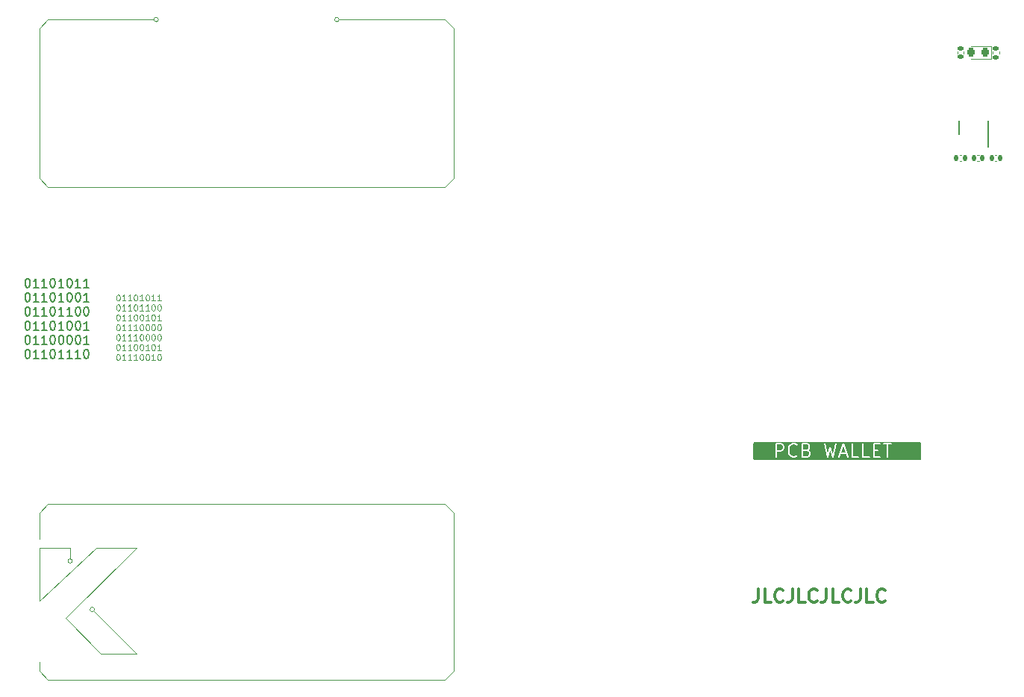
<source format=gbr>
%TF.GenerationSoftware,KiCad,Pcbnew,(6.0.0)*%
%TF.CreationDate,2022-08-13T20:29:40+02:00*%
%TF.ProjectId,PCBWallet,50434257-616c-46c6-9574-2e6b69636164,rev?*%
%TF.SameCoordinates,Original*%
%TF.FileFunction,Legend,Top*%
%TF.FilePolarity,Positive*%
%FSLAX46Y46*%
G04 Gerber Fmt 4.6, Leading zero omitted, Abs format (unit mm)*
G04 Created by KiCad (PCBNEW (6.0.0)) date 2022-08-13 20:29:40*
%MOMM*%
%LPD*%
G01*
G04 APERTURE LIST*
G04 Aperture macros list*
%AMRoundRect*
0 Rectangle with rounded corners*
0 $1 Rounding radius*
0 $2 $3 $4 $5 $6 $7 $8 $9 X,Y pos of 4 corners*
0 Add a 4 corners polygon primitive as box body*
4,1,4,$2,$3,$4,$5,$6,$7,$8,$9,$2,$3,0*
0 Add four circle primitives for the rounded corners*
1,1,$1+$1,$2,$3*
1,1,$1+$1,$4,$5*
1,1,$1+$1,$6,$7*
1,1,$1+$1,$8,$9*
0 Add four rect primitives between the rounded corners*
20,1,$1+$1,$2,$3,$4,$5,0*
20,1,$1+$1,$4,$5,$6,$7,0*
20,1,$1+$1,$6,$7,$8,$9,0*
20,1,$1+$1,$8,$9,$2,$3,0*%
G04 Aperture macros list end*
%ADD10C,0.300000*%
%ADD11C,0.150000*%
%ADD12C,0.100000*%
%ADD13C,0.120000*%
%ADD14C,0.200000*%
%ADD15C,0.550000*%
%ADD16C,0.400000*%
%ADD17R,2.380000X1.660000*%
%ADD18R,0.250000X0.700000*%
%ADD19RoundRect,0.135000X0.185000X-0.135000X0.185000X0.135000X-0.185000X0.135000X-0.185000X-0.135000X0*%
%ADD20RoundRect,0.218750X0.218750X0.256250X-0.218750X0.256250X-0.218750X-0.256250X0.218750X-0.256250X0*%
%ADD21RoundRect,0.140000X-0.140000X-0.170000X0.140000X-0.170000X0.140000X0.170000X-0.140000X0.170000X0*%
%ADD22RoundRect,0.140000X0.170000X-0.140000X0.170000X0.140000X-0.170000X0.140000X-0.170000X-0.140000X0*%
%ADD23C,1.000000*%
%ADD24C,0.800000*%
G04 APERTURE END LIST*
D10*
X186571428Y-119678571D02*
X186571428Y-120750000D01*
X186500000Y-120964285D01*
X186357142Y-121107142D01*
X186142857Y-121178571D01*
X186000000Y-121178571D01*
X188000000Y-121178571D02*
X187285714Y-121178571D01*
X187285714Y-119678571D01*
X189357142Y-121035714D02*
X189285714Y-121107142D01*
X189071428Y-121178571D01*
X188928571Y-121178571D01*
X188714285Y-121107142D01*
X188571428Y-120964285D01*
X188500000Y-120821428D01*
X188428571Y-120535714D01*
X188428571Y-120321428D01*
X188500000Y-120035714D01*
X188571428Y-119892857D01*
X188714285Y-119750000D01*
X188928571Y-119678571D01*
X189071428Y-119678571D01*
X189285714Y-119750000D01*
X189357142Y-119821428D01*
X190428571Y-119678571D02*
X190428571Y-120750000D01*
X190357142Y-120964285D01*
X190214285Y-121107142D01*
X190000000Y-121178571D01*
X189857142Y-121178571D01*
X191857142Y-121178571D02*
X191142857Y-121178571D01*
X191142857Y-119678571D01*
X193214285Y-121035714D02*
X193142857Y-121107142D01*
X192928571Y-121178571D01*
X192785714Y-121178571D01*
X192571428Y-121107142D01*
X192428571Y-120964285D01*
X192357142Y-120821428D01*
X192285714Y-120535714D01*
X192285714Y-120321428D01*
X192357142Y-120035714D01*
X192428571Y-119892857D01*
X192571428Y-119750000D01*
X192785714Y-119678571D01*
X192928571Y-119678571D01*
X193142857Y-119750000D01*
X193214285Y-119821428D01*
X194285714Y-119678571D02*
X194285714Y-120750000D01*
X194214285Y-120964285D01*
X194071428Y-121107142D01*
X193857142Y-121178571D01*
X193714285Y-121178571D01*
X195714285Y-121178571D02*
X195000000Y-121178571D01*
X195000000Y-119678571D01*
X197071428Y-121035714D02*
X197000000Y-121107142D01*
X196785714Y-121178571D01*
X196642857Y-121178571D01*
X196428571Y-121107142D01*
X196285714Y-120964285D01*
X196214285Y-120821428D01*
X196142857Y-120535714D01*
X196142857Y-120321428D01*
X196214285Y-120035714D01*
X196285714Y-119892857D01*
X196428571Y-119750000D01*
X196642857Y-119678571D01*
X196785714Y-119678571D01*
X197000000Y-119750000D01*
X197071428Y-119821428D01*
X198142857Y-119678571D02*
X198142857Y-120750000D01*
X198071428Y-120964285D01*
X197928571Y-121107142D01*
X197714285Y-121178571D01*
X197571428Y-121178571D01*
X199571428Y-121178571D02*
X198857142Y-121178571D01*
X198857142Y-119678571D01*
X200928571Y-121035714D02*
X200857142Y-121107142D01*
X200642857Y-121178571D01*
X200500000Y-121178571D01*
X200285714Y-121107142D01*
X200142857Y-120964285D01*
X200071428Y-120821428D01*
X200000000Y-120535714D01*
X200000000Y-120321428D01*
X200071428Y-120035714D01*
X200142857Y-119892857D01*
X200285714Y-119750000D01*
X200500000Y-119678571D01*
X200642857Y-119678571D01*
X200857142Y-119750000D01*
X200928571Y-119821428D01*
D11*
X103619047Y-84427380D02*
X103714285Y-84427380D01*
X103809523Y-84475000D01*
X103857142Y-84522619D01*
X103904761Y-84617857D01*
X103952380Y-84808333D01*
X103952380Y-85046428D01*
X103904761Y-85236904D01*
X103857142Y-85332142D01*
X103809523Y-85379761D01*
X103714285Y-85427380D01*
X103619047Y-85427380D01*
X103523809Y-85379761D01*
X103476190Y-85332142D01*
X103428571Y-85236904D01*
X103380952Y-85046428D01*
X103380952Y-84808333D01*
X103428571Y-84617857D01*
X103476190Y-84522619D01*
X103523809Y-84475000D01*
X103619047Y-84427380D01*
X104904761Y-85427380D02*
X104333333Y-85427380D01*
X104619047Y-85427380D02*
X104619047Y-84427380D01*
X104523809Y-84570238D01*
X104428571Y-84665476D01*
X104333333Y-84713095D01*
X105857142Y-85427380D02*
X105285714Y-85427380D01*
X105571428Y-85427380D02*
X105571428Y-84427380D01*
X105476190Y-84570238D01*
X105380952Y-84665476D01*
X105285714Y-84713095D01*
X106476190Y-84427380D02*
X106571428Y-84427380D01*
X106666666Y-84475000D01*
X106714285Y-84522619D01*
X106761904Y-84617857D01*
X106809523Y-84808333D01*
X106809523Y-85046428D01*
X106761904Y-85236904D01*
X106714285Y-85332142D01*
X106666666Y-85379761D01*
X106571428Y-85427380D01*
X106476190Y-85427380D01*
X106380952Y-85379761D01*
X106333333Y-85332142D01*
X106285714Y-85236904D01*
X106238095Y-85046428D01*
X106238095Y-84808333D01*
X106285714Y-84617857D01*
X106333333Y-84522619D01*
X106380952Y-84475000D01*
X106476190Y-84427380D01*
X107761904Y-85427380D02*
X107190476Y-85427380D01*
X107476190Y-85427380D02*
X107476190Y-84427380D01*
X107380952Y-84570238D01*
X107285714Y-84665476D01*
X107190476Y-84713095D01*
X108380952Y-84427380D02*
X108476190Y-84427380D01*
X108571428Y-84475000D01*
X108619047Y-84522619D01*
X108666666Y-84617857D01*
X108714285Y-84808333D01*
X108714285Y-85046428D01*
X108666666Y-85236904D01*
X108619047Y-85332142D01*
X108571428Y-85379761D01*
X108476190Y-85427380D01*
X108380952Y-85427380D01*
X108285714Y-85379761D01*
X108238095Y-85332142D01*
X108190476Y-85236904D01*
X108142857Y-85046428D01*
X108142857Y-84808333D01*
X108190476Y-84617857D01*
X108238095Y-84522619D01*
X108285714Y-84475000D01*
X108380952Y-84427380D01*
X109666666Y-85427380D02*
X109095238Y-85427380D01*
X109380952Y-85427380D02*
X109380952Y-84427380D01*
X109285714Y-84570238D01*
X109190476Y-84665476D01*
X109095238Y-84713095D01*
X110619047Y-85427380D02*
X110047619Y-85427380D01*
X110333333Y-85427380D02*
X110333333Y-84427380D01*
X110238095Y-84570238D01*
X110142857Y-84665476D01*
X110047619Y-84713095D01*
X103619047Y-86037380D02*
X103714285Y-86037380D01*
X103809523Y-86085000D01*
X103857142Y-86132619D01*
X103904761Y-86227857D01*
X103952380Y-86418333D01*
X103952380Y-86656428D01*
X103904761Y-86846904D01*
X103857142Y-86942142D01*
X103809523Y-86989761D01*
X103714285Y-87037380D01*
X103619047Y-87037380D01*
X103523809Y-86989761D01*
X103476190Y-86942142D01*
X103428571Y-86846904D01*
X103380952Y-86656428D01*
X103380952Y-86418333D01*
X103428571Y-86227857D01*
X103476190Y-86132619D01*
X103523809Y-86085000D01*
X103619047Y-86037380D01*
X104904761Y-87037380D02*
X104333333Y-87037380D01*
X104619047Y-87037380D02*
X104619047Y-86037380D01*
X104523809Y-86180238D01*
X104428571Y-86275476D01*
X104333333Y-86323095D01*
X105857142Y-87037380D02*
X105285714Y-87037380D01*
X105571428Y-87037380D02*
X105571428Y-86037380D01*
X105476190Y-86180238D01*
X105380952Y-86275476D01*
X105285714Y-86323095D01*
X106476190Y-86037380D02*
X106571428Y-86037380D01*
X106666666Y-86085000D01*
X106714285Y-86132619D01*
X106761904Y-86227857D01*
X106809523Y-86418333D01*
X106809523Y-86656428D01*
X106761904Y-86846904D01*
X106714285Y-86942142D01*
X106666666Y-86989761D01*
X106571428Y-87037380D01*
X106476190Y-87037380D01*
X106380952Y-86989761D01*
X106333333Y-86942142D01*
X106285714Y-86846904D01*
X106238095Y-86656428D01*
X106238095Y-86418333D01*
X106285714Y-86227857D01*
X106333333Y-86132619D01*
X106380952Y-86085000D01*
X106476190Y-86037380D01*
X107761904Y-87037380D02*
X107190476Y-87037380D01*
X107476190Y-87037380D02*
X107476190Y-86037380D01*
X107380952Y-86180238D01*
X107285714Y-86275476D01*
X107190476Y-86323095D01*
X108380952Y-86037380D02*
X108476190Y-86037380D01*
X108571428Y-86085000D01*
X108619047Y-86132619D01*
X108666666Y-86227857D01*
X108714285Y-86418333D01*
X108714285Y-86656428D01*
X108666666Y-86846904D01*
X108619047Y-86942142D01*
X108571428Y-86989761D01*
X108476190Y-87037380D01*
X108380952Y-87037380D01*
X108285714Y-86989761D01*
X108238095Y-86942142D01*
X108190476Y-86846904D01*
X108142857Y-86656428D01*
X108142857Y-86418333D01*
X108190476Y-86227857D01*
X108238095Y-86132619D01*
X108285714Y-86085000D01*
X108380952Y-86037380D01*
X109333333Y-86037380D02*
X109428571Y-86037380D01*
X109523809Y-86085000D01*
X109571428Y-86132619D01*
X109619047Y-86227857D01*
X109666666Y-86418333D01*
X109666666Y-86656428D01*
X109619047Y-86846904D01*
X109571428Y-86942142D01*
X109523809Y-86989761D01*
X109428571Y-87037380D01*
X109333333Y-87037380D01*
X109238095Y-86989761D01*
X109190476Y-86942142D01*
X109142857Y-86846904D01*
X109095238Y-86656428D01*
X109095238Y-86418333D01*
X109142857Y-86227857D01*
X109190476Y-86132619D01*
X109238095Y-86085000D01*
X109333333Y-86037380D01*
X110619047Y-87037380D02*
X110047619Y-87037380D01*
X110333333Y-87037380D02*
X110333333Y-86037380D01*
X110238095Y-86180238D01*
X110142857Y-86275476D01*
X110047619Y-86323095D01*
X103619047Y-87647380D02*
X103714285Y-87647380D01*
X103809523Y-87695000D01*
X103857142Y-87742619D01*
X103904761Y-87837857D01*
X103952380Y-88028333D01*
X103952380Y-88266428D01*
X103904761Y-88456904D01*
X103857142Y-88552142D01*
X103809523Y-88599761D01*
X103714285Y-88647380D01*
X103619047Y-88647380D01*
X103523809Y-88599761D01*
X103476190Y-88552142D01*
X103428571Y-88456904D01*
X103380952Y-88266428D01*
X103380952Y-88028333D01*
X103428571Y-87837857D01*
X103476190Y-87742619D01*
X103523809Y-87695000D01*
X103619047Y-87647380D01*
X104904761Y-88647380D02*
X104333333Y-88647380D01*
X104619047Y-88647380D02*
X104619047Y-87647380D01*
X104523809Y-87790238D01*
X104428571Y-87885476D01*
X104333333Y-87933095D01*
X105857142Y-88647380D02*
X105285714Y-88647380D01*
X105571428Y-88647380D02*
X105571428Y-87647380D01*
X105476190Y-87790238D01*
X105380952Y-87885476D01*
X105285714Y-87933095D01*
X106476190Y-87647380D02*
X106571428Y-87647380D01*
X106666666Y-87695000D01*
X106714285Y-87742619D01*
X106761904Y-87837857D01*
X106809523Y-88028333D01*
X106809523Y-88266428D01*
X106761904Y-88456904D01*
X106714285Y-88552142D01*
X106666666Y-88599761D01*
X106571428Y-88647380D01*
X106476190Y-88647380D01*
X106380952Y-88599761D01*
X106333333Y-88552142D01*
X106285714Y-88456904D01*
X106238095Y-88266428D01*
X106238095Y-88028333D01*
X106285714Y-87837857D01*
X106333333Y-87742619D01*
X106380952Y-87695000D01*
X106476190Y-87647380D01*
X107761904Y-88647380D02*
X107190476Y-88647380D01*
X107476190Y-88647380D02*
X107476190Y-87647380D01*
X107380952Y-87790238D01*
X107285714Y-87885476D01*
X107190476Y-87933095D01*
X108714285Y-88647380D02*
X108142857Y-88647380D01*
X108428571Y-88647380D02*
X108428571Y-87647380D01*
X108333333Y-87790238D01*
X108238095Y-87885476D01*
X108142857Y-87933095D01*
X109333333Y-87647380D02*
X109428571Y-87647380D01*
X109523809Y-87695000D01*
X109571428Y-87742619D01*
X109619047Y-87837857D01*
X109666666Y-88028333D01*
X109666666Y-88266428D01*
X109619047Y-88456904D01*
X109571428Y-88552142D01*
X109523809Y-88599761D01*
X109428571Y-88647380D01*
X109333333Y-88647380D01*
X109238095Y-88599761D01*
X109190476Y-88552142D01*
X109142857Y-88456904D01*
X109095238Y-88266428D01*
X109095238Y-88028333D01*
X109142857Y-87837857D01*
X109190476Y-87742619D01*
X109238095Y-87695000D01*
X109333333Y-87647380D01*
X110285714Y-87647380D02*
X110380952Y-87647380D01*
X110476190Y-87695000D01*
X110523809Y-87742619D01*
X110571428Y-87837857D01*
X110619047Y-88028333D01*
X110619047Y-88266428D01*
X110571428Y-88456904D01*
X110523809Y-88552142D01*
X110476190Y-88599761D01*
X110380952Y-88647380D01*
X110285714Y-88647380D01*
X110190476Y-88599761D01*
X110142857Y-88552142D01*
X110095238Y-88456904D01*
X110047619Y-88266428D01*
X110047619Y-88028333D01*
X110095238Y-87837857D01*
X110142857Y-87742619D01*
X110190476Y-87695000D01*
X110285714Y-87647380D01*
X103619047Y-89257380D02*
X103714285Y-89257380D01*
X103809523Y-89305000D01*
X103857142Y-89352619D01*
X103904761Y-89447857D01*
X103952380Y-89638333D01*
X103952380Y-89876428D01*
X103904761Y-90066904D01*
X103857142Y-90162142D01*
X103809523Y-90209761D01*
X103714285Y-90257380D01*
X103619047Y-90257380D01*
X103523809Y-90209761D01*
X103476190Y-90162142D01*
X103428571Y-90066904D01*
X103380952Y-89876428D01*
X103380952Y-89638333D01*
X103428571Y-89447857D01*
X103476190Y-89352619D01*
X103523809Y-89305000D01*
X103619047Y-89257380D01*
X104904761Y-90257380D02*
X104333333Y-90257380D01*
X104619047Y-90257380D02*
X104619047Y-89257380D01*
X104523809Y-89400238D01*
X104428571Y-89495476D01*
X104333333Y-89543095D01*
X105857142Y-90257380D02*
X105285714Y-90257380D01*
X105571428Y-90257380D02*
X105571428Y-89257380D01*
X105476190Y-89400238D01*
X105380952Y-89495476D01*
X105285714Y-89543095D01*
X106476190Y-89257380D02*
X106571428Y-89257380D01*
X106666666Y-89305000D01*
X106714285Y-89352619D01*
X106761904Y-89447857D01*
X106809523Y-89638333D01*
X106809523Y-89876428D01*
X106761904Y-90066904D01*
X106714285Y-90162142D01*
X106666666Y-90209761D01*
X106571428Y-90257380D01*
X106476190Y-90257380D01*
X106380952Y-90209761D01*
X106333333Y-90162142D01*
X106285714Y-90066904D01*
X106238095Y-89876428D01*
X106238095Y-89638333D01*
X106285714Y-89447857D01*
X106333333Y-89352619D01*
X106380952Y-89305000D01*
X106476190Y-89257380D01*
X107761904Y-90257380D02*
X107190476Y-90257380D01*
X107476190Y-90257380D02*
X107476190Y-89257380D01*
X107380952Y-89400238D01*
X107285714Y-89495476D01*
X107190476Y-89543095D01*
X108380952Y-89257380D02*
X108476190Y-89257380D01*
X108571428Y-89305000D01*
X108619047Y-89352619D01*
X108666666Y-89447857D01*
X108714285Y-89638333D01*
X108714285Y-89876428D01*
X108666666Y-90066904D01*
X108619047Y-90162142D01*
X108571428Y-90209761D01*
X108476190Y-90257380D01*
X108380952Y-90257380D01*
X108285714Y-90209761D01*
X108238095Y-90162142D01*
X108190476Y-90066904D01*
X108142857Y-89876428D01*
X108142857Y-89638333D01*
X108190476Y-89447857D01*
X108238095Y-89352619D01*
X108285714Y-89305000D01*
X108380952Y-89257380D01*
X109333333Y-89257380D02*
X109428571Y-89257380D01*
X109523809Y-89305000D01*
X109571428Y-89352619D01*
X109619047Y-89447857D01*
X109666666Y-89638333D01*
X109666666Y-89876428D01*
X109619047Y-90066904D01*
X109571428Y-90162142D01*
X109523809Y-90209761D01*
X109428571Y-90257380D01*
X109333333Y-90257380D01*
X109238095Y-90209761D01*
X109190476Y-90162142D01*
X109142857Y-90066904D01*
X109095238Y-89876428D01*
X109095238Y-89638333D01*
X109142857Y-89447857D01*
X109190476Y-89352619D01*
X109238095Y-89305000D01*
X109333333Y-89257380D01*
X110619047Y-90257380D02*
X110047619Y-90257380D01*
X110333333Y-90257380D02*
X110333333Y-89257380D01*
X110238095Y-89400238D01*
X110142857Y-89495476D01*
X110047619Y-89543095D01*
X103619047Y-90867380D02*
X103714285Y-90867380D01*
X103809523Y-90915000D01*
X103857142Y-90962619D01*
X103904761Y-91057857D01*
X103952380Y-91248333D01*
X103952380Y-91486428D01*
X103904761Y-91676904D01*
X103857142Y-91772142D01*
X103809523Y-91819761D01*
X103714285Y-91867380D01*
X103619047Y-91867380D01*
X103523809Y-91819761D01*
X103476190Y-91772142D01*
X103428571Y-91676904D01*
X103380952Y-91486428D01*
X103380952Y-91248333D01*
X103428571Y-91057857D01*
X103476190Y-90962619D01*
X103523809Y-90915000D01*
X103619047Y-90867380D01*
X104904761Y-91867380D02*
X104333333Y-91867380D01*
X104619047Y-91867380D02*
X104619047Y-90867380D01*
X104523809Y-91010238D01*
X104428571Y-91105476D01*
X104333333Y-91153095D01*
X105857142Y-91867380D02*
X105285714Y-91867380D01*
X105571428Y-91867380D02*
X105571428Y-90867380D01*
X105476190Y-91010238D01*
X105380952Y-91105476D01*
X105285714Y-91153095D01*
X106476190Y-90867380D02*
X106571428Y-90867380D01*
X106666666Y-90915000D01*
X106714285Y-90962619D01*
X106761904Y-91057857D01*
X106809523Y-91248333D01*
X106809523Y-91486428D01*
X106761904Y-91676904D01*
X106714285Y-91772142D01*
X106666666Y-91819761D01*
X106571428Y-91867380D01*
X106476190Y-91867380D01*
X106380952Y-91819761D01*
X106333333Y-91772142D01*
X106285714Y-91676904D01*
X106238095Y-91486428D01*
X106238095Y-91248333D01*
X106285714Y-91057857D01*
X106333333Y-90962619D01*
X106380952Y-90915000D01*
X106476190Y-90867380D01*
X107428571Y-90867380D02*
X107523809Y-90867380D01*
X107619047Y-90915000D01*
X107666666Y-90962619D01*
X107714285Y-91057857D01*
X107761904Y-91248333D01*
X107761904Y-91486428D01*
X107714285Y-91676904D01*
X107666666Y-91772142D01*
X107619047Y-91819761D01*
X107523809Y-91867380D01*
X107428571Y-91867380D01*
X107333333Y-91819761D01*
X107285714Y-91772142D01*
X107238095Y-91676904D01*
X107190476Y-91486428D01*
X107190476Y-91248333D01*
X107238095Y-91057857D01*
X107285714Y-90962619D01*
X107333333Y-90915000D01*
X107428571Y-90867380D01*
X108380952Y-90867380D02*
X108476190Y-90867380D01*
X108571428Y-90915000D01*
X108619047Y-90962619D01*
X108666666Y-91057857D01*
X108714285Y-91248333D01*
X108714285Y-91486428D01*
X108666666Y-91676904D01*
X108619047Y-91772142D01*
X108571428Y-91819761D01*
X108476190Y-91867380D01*
X108380952Y-91867380D01*
X108285714Y-91819761D01*
X108238095Y-91772142D01*
X108190476Y-91676904D01*
X108142857Y-91486428D01*
X108142857Y-91248333D01*
X108190476Y-91057857D01*
X108238095Y-90962619D01*
X108285714Y-90915000D01*
X108380952Y-90867380D01*
X109333333Y-90867380D02*
X109428571Y-90867380D01*
X109523809Y-90915000D01*
X109571428Y-90962619D01*
X109619047Y-91057857D01*
X109666666Y-91248333D01*
X109666666Y-91486428D01*
X109619047Y-91676904D01*
X109571428Y-91772142D01*
X109523809Y-91819761D01*
X109428571Y-91867380D01*
X109333333Y-91867380D01*
X109238095Y-91819761D01*
X109190476Y-91772142D01*
X109142857Y-91676904D01*
X109095238Y-91486428D01*
X109095238Y-91248333D01*
X109142857Y-91057857D01*
X109190476Y-90962619D01*
X109238095Y-90915000D01*
X109333333Y-90867380D01*
X110619047Y-91867380D02*
X110047619Y-91867380D01*
X110333333Y-91867380D02*
X110333333Y-90867380D01*
X110238095Y-91010238D01*
X110142857Y-91105476D01*
X110047619Y-91153095D01*
X103619047Y-92477380D02*
X103714285Y-92477380D01*
X103809523Y-92525000D01*
X103857142Y-92572619D01*
X103904761Y-92667857D01*
X103952380Y-92858333D01*
X103952380Y-93096428D01*
X103904761Y-93286904D01*
X103857142Y-93382142D01*
X103809523Y-93429761D01*
X103714285Y-93477380D01*
X103619047Y-93477380D01*
X103523809Y-93429761D01*
X103476190Y-93382142D01*
X103428571Y-93286904D01*
X103380952Y-93096428D01*
X103380952Y-92858333D01*
X103428571Y-92667857D01*
X103476190Y-92572619D01*
X103523809Y-92525000D01*
X103619047Y-92477380D01*
X104904761Y-93477380D02*
X104333333Y-93477380D01*
X104619047Y-93477380D02*
X104619047Y-92477380D01*
X104523809Y-92620238D01*
X104428571Y-92715476D01*
X104333333Y-92763095D01*
X105857142Y-93477380D02*
X105285714Y-93477380D01*
X105571428Y-93477380D02*
X105571428Y-92477380D01*
X105476190Y-92620238D01*
X105380952Y-92715476D01*
X105285714Y-92763095D01*
X106476190Y-92477380D02*
X106571428Y-92477380D01*
X106666666Y-92525000D01*
X106714285Y-92572619D01*
X106761904Y-92667857D01*
X106809523Y-92858333D01*
X106809523Y-93096428D01*
X106761904Y-93286904D01*
X106714285Y-93382142D01*
X106666666Y-93429761D01*
X106571428Y-93477380D01*
X106476190Y-93477380D01*
X106380952Y-93429761D01*
X106333333Y-93382142D01*
X106285714Y-93286904D01*
X106238095Y-93096428D01*
X106238095Y-92858333D01*
X106285714Y-92667857D01*
X106333333Y-92572619D01*
X106380952Y-92525000D01*
X106476190Y-92477380D01*
X107761904Y-93477380D02*
X107190476Y-93477380D01*
X107476190Y-93477380D02*
X107476190Y-92477380D01*
X107380952Y-92620238D01*
X107285714Y-92715476D01*
X107190476Y-92763095D01*
X108714285Y-93477380D02*
X108142857Y-93477380D01*
X108428571Y-93477380D02*
X108428571Y-92477380D01*
X108333333Y-92620238D01*
X108238095Y-92715476D01*
X108142857Y-92763095D01*
X109666666Y-93477380D02*
X109095238Y-93477380D01*
X109380952Y-93477380D02*
X109380952Y-92477380D01*
X109285714Y-92620238D01*
X109190476Y-92715476D01*
X109095238Y-92763095D01*
X110285714Y-92477380D02*
X110380952Y-92477380D01*
X110476190Y-92525000D01*
X110523809Y-92572619D01*
X110571428Y-92667857D01*
X110619047Y-92858333D01*
X110619047Y-93096428D01*
X110571428Y-93286904D01*
X110523809Y-93382142D01*
X110476190Y-93429761D01*
X110380952Y-93477380D01*
X110285714Y-93477380D01*
X110190476Y-93429761D01*
X110142857Y-93382142D01*
X110095238Y-93286904D01*
X110047619Y-93096428D01*
X110047619Y-92858333D01*
X110095238Y-92667857D01*
X110142857Y-92572619D01*
X110190476Y-92525000D01*
X110285714Y-92477380D01*
D12*
X113901666Y-86235666D02*
X113968333Y-86235666D01*
X114035000Y-86269000D01*
X114068333Y-86302333D01*
X114101666Y-86369000D01*
X114135000Y-86502333D01*
X114135000Y-86669000D01*
X114101666Y-86802333D01*
X114068333Y-86869000D01*
X114035000Y-86902333D01*
X113968333Y-86935666D01*
X113901666Y-86935666D01*
X113835000Y-86902333D01*
X113801666Y-86869000D01*
X113768333Y-86802333D01*
X113735000Y-86669000D01*
X113735000Y-86502333D01*
X113768333Y-86369000D01*
X113801666Y-86302333D01*
X113835000Y-86269000D01*
X113901666Y-86235666D01*
X114801666Y-86935666D02*
X114401666Y-86935666D01*
X114601666Y-86935666D02*
X114601666Y-86235666D01*
X114535000Y-86335666D01*
X114468333Y-86402333D01*
X114401666Y-86435666D01*
X115468333Y-86935666D02*
X115068333Y-86935666D01*
X115268333Y-86935666D02*
X115268333Y-86235666D01*
X115201666Y-86335666D01*
X115135000Y-86402333D01*
X115068333Y-86435666D01*
X115901666Y-86235666D02*
X115968333Y-86235666D01*
X116035000Y-86269000D01*
X116068333Y-86302333D01*
X116101666Y-86369000D01*
X116135000Y-86502333D01*
X116135000Y-86669000D01*
X116101666Y-86802333D01*
X116068333Y-86869000D01*
X116035000Y-86902333D01*
X115968333Y-86935666D01*
X115901666Y-86935666D01*
X115835000Y-86902333D01*
X115801666Y-86869000D01*
X115768333Y-86802333D01*
X115735000Y-86669000D01*
X115735000Y-86502333D01*
X115768333Y-86369000D01*
X115801666Y-86302333D01*
X115835000Y-86269000D01*
X115901666Y-86235666D01*
X116801666Y-86935666D02*
X116401666Y-86935666D01*
X116601666Y-86935666D02*
X116601666Y-86235666D01*
X116535000Y-86335666D01*
X116468333Y-86402333D01*
X116401666Y-86435666D01*
X117235000Y-86235666D02*
X117301666Y-86235666D01*
X117368333Y-86269000D01*
X117401666Y-86302333D01*
X117435000Y-86369000D01*
X117468333Y-86502333D01*
X117468333Y-86669000D01*
X117435000Y-86802333D01*
X117401666Y-86869000D01*
X117368333Y-86902333D01*
X117301666Y-86935666D01*
X117235000Y-86935666D01*
X117168333Y-86902333D01*
X117135000Y-86869000D01*
X117101666Y-86802333D01*
X117068333Y-86669000D01*
X117068333Y-86502333D01*
X117101666Y-86369000D01*
X117135000Y-86302333D01*
X117168333Y-86269000D01*
X117235000Y-86235666D01*
X118135000Y-86935666D02*
X117735000Y-86935666D01*
X117935000Y-86935666D02*
X117935000Y-86235666D01*
X117868333Y-86335666D01*
X117801666Y-86402333D01*
X117735000Y-86435666D01*
X118801666Y-86935666D02*
X118401666Y-86935666D01*
X118601666Y-86935666D02*
X118601666Y-86235666D01*
X118535000Y-86335666D01*
X118468333Y-86402333D01*
X118401666Y-86435666D01*
X113901666Y-87362666D02*
X113968333Y-87362666D01*
X114035000Y-87396000D01*
X114068333Y-87429333D01*
X114101666Y-87496000D01*
X114135000Y-87629333D01*
X114135000Y-87796000D01*
X114101666Y-87929333D01*
X114068333Y-87996000D01*
X114035000Y-88029333D01*
X113968333Y-88062666D01*
X113901666Y-88062666D01*
X113835000Y-88029333D01*
X113801666Y-87996000D01*
X113768333Y-87929333D01*
X113735000Y-87796000D01*
X113735000Y-87629333D01*
X113768333Y-87496000D01*
X113801666Y-87429333D01*
X113835000Y-87396000D01*
X113901666Y-87362666D01*
X114801666Y-88062666D02*
X114401666Y-88062666D01*
X114601666Y-88062666D02*
X114601666Y-87362666D01*
X114535000Y-87462666D01*
X114468333Y-87529333D01*
X114401666Y-87562666D01*
X115468333Y-88062666D02*
X115068333Y-88062666D01*
X115268333Y-88062666D02*
X115268333Y-87362666D01*
X115201666Y-87462666D01*
X115135000Y-87529333D01*
X115068333Y-87562666D01*
X115901666Y-87362666D02*
X115968333Y-87362666D01*
X116035000Y-87396000D01*
X116068333Y-87429333D01*
X116101666Y-87496000D01*
X116135000Y-87629333D01*
X116135000Y-87796000D01*
X116101666Y-87929333D01*
X116068333Y-87996000D01*
X116035000Y-88029333D01*
X115968333Y-88062666D01*
X115901666Y-88062666D01*
X115835000Y-88029333D01*
X115801666Y-87996000D01*
X115768333Y-87929333D01*
X115735000Y-87796000D01*
X115735000Y-87629333D01*
X115768333Y-87496000D01*
X115801666Y-87429333D01*
X115835000Y-87396000D01*
X115901666Y-87362666D01*
X116801666Y-88062666D02*
X116401666Y-88062666D01*
X116601666Y-88062666D02*
X116601666Y-87362666D01*
X116535000Y-87462666D01*
X116468333Y-87529333D01*
X116401666Y-87562666D01*
X117468333Y-88062666D02*
X117068333Y-88062666D01*
X117268333Y-88062666D02*
X117268333Y-87362666D01*
X117201666Y-87462666D01*
X117135000Y-87529333D01*
X117068333Y-87562666D01*
X117901666Y-87362666D02*
X117968333Y-87362666D01*
X118035000Y-87396000D01*
X118068333Y-87429333D01*
X118101666Y-87496000D01*
X118135000Y-87629333D01*
X118135000Y-87796000D01*
X118101666Y-87929333D01*
X118068333Y-87996000D01*
X118035000Y-88029333D01*
X117968333Y-88062666D01*
X117901666Y-88062666D01*
X117835000Y-88029333D01*
X117801666Y-87996000D01*
X117768333Y-87929333D01*
X117735000Y-87796000D01*
X117735000Y-87629333D01*
X117768333Y-87496000D01*
X117801666Y-87429333D01*
X117835000Y-87396000D01*
X117901666Y-87362666D01*
X118568333Y-87362666D02*
X118635000Y-87362666D01*
X118701666Y-87396000D01*
X118735000Y-87429333D01*
X118768333Y-87496000D01*
X118801666Y-87629333D01*
X118801666Y-87796000D01*
X118768333Y-87929333D01*
X118735000Y-87996000D01*
X118701666Y-88029333D01*
X118635000Y-88062666D01*
X118568333Y-88062666D01*
X118501666Y-88029333D01*
X118468333Y-87996000D01*
X118435000Y-87929333D01*
X118401666Y-87796000D01*
X118401666Y-87629333D01*
X118435000Y-87496000D01*
X118468333Y-87429333D01*
X118501666Y-87396000D01*
X118568333Y-87362666D01*
X113901666Y-88489666D02*
X113968333Y-88489666D01*
X114035000Y-88523000D01*
X114068333Y-88556333D01*
X114101666Y-88623000D01*
X114135000Y-88756333D01*
X114135000Y-88923000D01*
X114101666Y-89056333D01*
X114068333Y-89123000D01*
X114035000Y-89156333D01*
X113968333Y-89189666D01*
X113901666Y-89189666D01*
X113835000Y-89156333D01*
X113801666Y-89123000D01*
X113768333Y-89056333D01*
X113735000Y-88923000D01*
X113735000Y-88756333D01*
X113768333Y-88623000D01*
X113801666Y-88556333D01*
X113835000Y-88523000D01*
X113901666Y-88489666D01*
X114801666Y-89189666D02*
X114401666Y-89189666D01*
X114601666Y-89189666D02*
X114601666Y-88489666D01*
X114535000Y-88589666D01*
X114468333Y-88656333D01*
X114401666Y-88689666D01*
X115468333Y-89189666D02*
X115068333Y-89189666D01*
X115268333Y-89189666D02*
X115268333Y-88489666D01*
X115201666Y-88589666D01*
X115135000Y-88656333D01*
X115068333Y-88689666D01*
X115901666Y-88489666D02*
X115968333Y-88489666D01*
X116035000Y-88523000D01*
X116068333Y-88556333D01*
X116101666Y-88623000D01*
X116135000Y-88756333D01*
X116135000Y-88923000D01*
X116101666Y-89056333D01*
X116068333Y-89123000D01*
X116035000Y-89156333D01*
X115968333Y-89189666D01*
X115901666Y-89189666D01*
X115835000Y-89156333D01*
X115801666Y-89123000D01*
X115768333Y-89056333D01*
X115735000Y-88923000D01*
X115735000Y-88756333D01*
X115768333Y-88623000D01*
X115801666Y-88556333D01*
X115835000Y-88523000D01*
X115901666Y-88489666D01*
X116568333Y-88489666D02*
X116635000Y-88489666D01*
X116701666Y-88523000D01*
X116735000Y-88556333D01*
X116768333Y-88623000D01*
X116801666Y-88756333D01*
X116801666Y-88923000D01*
X116768333Y-89056333D01*
X116735000Y-89123000D01*
X116701666Y-89156333D01*
X116635000Y-89189666D01*
X116568333Y-89189666D01*
X116501666Y-89156333D01*
X116468333Y-89123000D01*
X116435000Y-89056333D01*
X116401666Y-88923000D01*
X116401666Y-88756333D01*
X116435000Y-88623000D01*
X116468333Y-88556333D01*
X116501666Y-88523000D01*
X116568333Y-88489666D01*
X117468333Y-89189666D02*
X117068333Y-89189666D01*
X117268333Y-89189666D02*
X117268333Y-88489666D01*
X117201666Y-88589666D01*
X117135000Y-88656333D01*
X117068333Y-88689666D01*
X117901666Y-88489666D02*
X117968333Y-88489666D01*
X118035000Y-88523000D01*
X118068333Y-88556333D01*
X118101666Y-88623000D01*
X118135000Y-88756333D01*
X118135000Y-88923000D01*
X118101666Y-89056333D01*
X118068333Y-89123000D01*
X118035000Y-89156333D01*
X117968333Y-89189666D01*
X117901666Y-89189666D01*
X117835000Y-89156333D01*
X117801666Y-89123000D01*
X117768333Y-89056333D01*
X117735000Y-88923000D01*
X117735000Y-88756333D01*
X117768333Y-88623000D01*
X117801666Y-88556333D01*
X117835000Y-88523000D01*
X117901666Y-88489666D01*
X118801666Y-89189666D02*
X118401666Y-89189666D01*
X118601666Y-89189666D02*
X118601666Y-88489666D01*
X118535000Y-88589666D01*
X118468333Y-88656333D01*
X118401666Y-88689666D01*
X113901666Y-89616666D02*
X113968333Y-89616666D01*
X114035000Y-89650000D01*
X114068333Y-89683333D01*
X114101666Y-89750000D01*
X114135000Y-89883333D01*
X114135000Y-90050000D01*
X114101666Y-90183333D01*
X114068333Y-90250000D01*
X114035000Y-90283333D01*
X113968333Y-90316666D01*
X113901666Y-90316666D01*
X113835000Y-90283333D01*
X113801666Y-90250000D01*
X113768333Y-90183333D01*
X113735000Y-90050000D01*
X113735000Y-89883333D01*
X113768333Y-89750000D01*
X113801666Y-89683333D01*
X113835000Y-89650000D01*
X113901666Y-89616666D01*
X114801666Y-90316666D02*
X114401666Y-90316666D01*
X114601666Y-90316666D02*
X114601666Y-89616666D01*
X114535000Y-89716666D01*
X114468333Y-89783333D01*
X114401666Y-89816666D01*
X115468333Y-90316666D02*
X115068333Y-90316666D01*
X115268333Y-90316666D02*
X115268333Y-89616666D01*
X115201666Y-89716666D01*
X115135000Y-89783333D01*
X115068333Y-89816666D01*
X116135000Y-90316666D02*
X115735000Y-90316666D01*
X115935000Y-90316666D02*
X115935000Y-89616666D01*
X115868333Y-89716666D01*
X115801666Y-89783333D01*
X115735000Y-89816666D01*
X116568333Y-89616666D02*
X116635000Y-89616666D01*
X116701666Y-89650000D01*
X116735000Y-89683333D01*
X116768333Y-89750000D01*
X116801666Y-89883333D01*
X116801666Y-90050000D01*
X116768333Y-90183333D01*
X116735000Y-90250000D01*
X116701666Y-90283333D01*
X116635000Y-90316666D01*
X116568333Y-90316666D01*
X116501666Y-90283333D01*
X116468333Y-90250000D01*
X116435000Y-90183333D01*
X116401666Y-90050000D01*
X116401666Y-89883333D01*
X116435000Y-89750000D01*
X116468333Y-89683333D01*
X116501666Y-89650000D01*
X116568333Y-89616666D01*
X117235000Y-89616666D02*
X117301666Y-89616666D01*
X117368333Y-89650000D01*
X117401666Y-89683333D01*
X117435000Y-89750000D01*
X117468333Y-89883333D01*
X117468333Y-90050000D01*
X117435000Y-90183333D01*
X117401666Y-90250000D01*
X117368333Y-90283333D01*
X117301666Y-90316666D01*
X117235000Y-90316666D01*
X117168333Y-90283333D01*
X117135000Y-90250000D01*
X117101666Y-90183333D01*
X117068333Y-90050000D01*
X117068333Y-89883333D01*
X117101666Y-89750000D01*
X117135000Y-89683333D01*
X117168333Y-89650000D01*
X117235000Y-89616666D01*
X117901666Y-89616666D02*
X117968333Y-89616666D01*
X118035000Y-89650000D01*
X118068333Y-89683333D01*
X118101666Y-89750000D01*
X118135000Y-89883333D01*
X118135000Y-90050000D01*
X118101666Y-90183333D01*
X118068333Y-90250000D01*
X118035000Y-90283333D01*
X117968333Y-90316666D01*
X117901666Y-90316666D01*
X117835000Y-90283333D01*
X117801666Y-90250000D01*
X117768333Y-90183333D01*
X117735000Y-90050000D01*
X117735000Y-89883333D01*
X117768333Y-89750000D01*
X117801666Y-89683333D01*
X117835000Y-89650000D01*
X117901666Y-89616666D01*
X118568333Y-89616666D02*
X118635000Y-89616666D01*
X118701666Y-89650000D01*
X118735000Y-89683333D01*
X118768333Y-89750000D01*
X118801666Y-89883333D01*
X118801666Y-90050000D01*
X118768333Y-90183333D01*
X118735000Y-90250000D01*
X118701666Y-90283333D01*
X118635000Y-90316666D01*
X118568333Y-90316666D01*
X118501666Y-90283333D01*
X118468333Y-90250000D01*
X118435000Y-90183333D01*
X118401666Y-90050000D01*
X118401666Y-89883333D01*
X118435000Y-89750000D01*
X118468333Y-89683333D01*
X118501666Y-89650000D01*
X118568333Y-89616666D01*
X113901666Y-90743666D02*
X113968333Y-90743666D01*
X114035000Y-90777000D01*
X114068333Y-90810333D01*
X114101666Y-90877000D01*
X114135000Y-91010333D01*
X114135000Y-91177000D01*
X114101666Y-91310333D01*
X114068333Y-91377000D01*
X114035000Y-91410333D01*
X113968333Y-91443666D01*
X113901666Y-91443666D01*
X113835000Y-91410333D01*
X113801666Y-91377000D01*
X113768333Y-91310333D01*
X113735000Y-91177000D01*
X113735000Y-91010333D01*
X113768333Y-90877000D01*
X113801666Y-90810333D01*
X113835000Y-90777000D01*
X113901666Y-90743666D01*
X114801666Y-91443666D02*
X114401666Y-91443666D01*
X114601666Y-91443666D02*
X114601666Y-90743666D01*
X114535000Y-90843666D01*
X114468333Y-90910333D01*
X114401666Y-90943666D01*
X115468333Y-91443666D02*
X115068333Y-91443666D01*
X115268333Y-91443666D02*
X115268333Y-90743666D01*
X115201666Y-90843666D01*
X115135000Y-90910333D01*
X115068333Y-90943666D01*
X116135000Y-91443666D02*
X115735000Y-91443666D01*
X115935000Y-91443666D02*
X115935000Y-90743666D01*
X115868333Y-90843666D01*
X115801666Y-90910333D01*
X115735000Y-90943666D01*
X116568333Y-90743666D02*
X116635000Y-90743666D01*
X116701666Y-90777000D01*
X116735000Y-90810333D01*
X116768333Y-90877000D01*
X116801666Y-91010333D01*
X116801666Y-91177000D01*
X116768333Y-91310333D01*
X116735000Y-91377000D01*
X116701666Y-91410333D01*
X116635000Y-91443666D01*
X116568333Y-91443666D01*
X116501666Y-91410333D01*
X116468333Y-91377000D01*
X116435000Y-91310333D01*
X116401666Y-91177000D01*
X116401666Y-91010333D01*
X116435000Y-90877000D01*
X116468333Y-90810333D01*
X116501666Y-90777000D01*
X116568333Y-90743666D01*
X117235000Y-90743666D02*
X117301666Y-90743666D01*
X117368333Y-90777000D01*
X117401666Y-90810333D01*
X117435000Y-90877000D01*
X117468333Y-91010333D01*
X117468333Y-91177000D01*
X117435000Y-91310333D01*
X117401666Y-91377000D01*
X117368333Y-91410333D01*
X117301666Y-91443666D01*
X117235000Y-91443666D01*
X117168333Y-91410333D01*
X117135000Y-91377000D01*
X117101666Y-91310333D01*
X117068333Y-91177000D01*
X117068333Y-91010333D01*
X117101666Y-90877000D01*
X117135000Y-90810333D01*
X117168333Y-90777000D01*
X117235000Y-90743666D01*
X117901666Y-90743666D02*
X117968333Y-90743666D01*
X118035000Y-90777000D01*
X118068333Y-90810333D01*
X118101666Y-90877000D01*
X118135000Y-91010333D01*
X118135000Y-91177000D01*
X118101666Y-91310333D01*
X118068333Y-91377000D01*
X118035000Y-91410333D01*
X117968333Y-91443666D01*
X117901666Y-91443666D01*
X117835000Y-91410333D01*
X117801666Y-91377000D01*
X117768333Y-91310333D01*
X117735000Y-91177000D01*
X117735000Y-91010333D01*
X117768333Y-90877000D01*
X117801666Y-90810333D01*
X117835000Y-90777000D01*
X117901666Y-90743666D01*
X118568333Y-90743666D02*
X118635000Y-90743666D01*
X118701666Y-90777000D01*
X118735000Y-90810333D01*
X118768333Y-90877000D01*
X118801666Y-91010333D01*
X118801666Y-91177000D01*
X118768333Y-91310333D01*
X118735000Y-91377000D01*
X118701666Y-91410333D01*
X118635000Y-91443666D01*
X118568333Y-91443666D01*
X118501666Y-91410333D01*
X118468333Y-91377000D01*
X118435000Y-91310333D01*
X118401666Y-91177000D01*
X118401666Y-91010333D01*
X118435000Y-90877000D01*
X118468333Y-90810333D01*
X118501666Y-90777000D01*
X118568333Y-90743666D01*
X113901666Y-91870666D02*
X113968333Y-91870666D01*
X114035000Y-91904000D01*
X114068333Y-91937333D01*
X114101666Y-92004000D01*
X114135000Y-92137333D01*
X114135000Y-92304000D01*
X114101666Y-92437333D01*
X114068333Y-92504000D01*
X114035000Y-92537333D01*
X113968333Y-92570666D01*
X113901666Y-92570666D01*
X113835000Y-92537333D01*
X113801666Y-92504000D01*
X113768333Y-92437333D01*
X113735000Y-92304000D01*
X113735000Y-92137333D01*
X113768333Y-92004000D01*
X113801666Y-91937333D01*
X113835000Y-91904000D01*
X113901666Y-91870666D01*
X114801666Y-92570666D02*
X114401666Y-92570666D01*
X114601666Y-92570666D02*
X114601666Y-91870666D01*
X114535000Y-91970666D01*
X114468333Y-92037333D01*
X114401666Y-92070666D01*
X115468333Y-92570666D02*
X115068333Y-92570666D01*
X115268333Y-92570666D02*
X115268333Y-91870666D01*
X115201666Y-91970666D01*
X115135000Y-92037333D01*
X115068333Y-92070666D01*
X115901666Y-91870666D02*
X115968333Y-91870666D01*
X116035000Y-91904000D01*
X116068333Y-91937333D01*
X116101666Y-92004000D01*
X116135000Y-92137333D01*
X116135000Y-92304000D01*
X116101666Y-92437333D01*
X116068333Y-92504000D01*
X116035000Y-92537333D01*
X115968333Y-92570666D01*
X115901666Y-92570666D01*
X115835000Y-92537333D01*
X115801666Y-92504000D01*
X115768333Y-92437333D01*
X115735000Y-92304000D01*
X115735000Y-92137333D01*
X115768333Y-92004000D01*
X115801666Y-91937333D01*
X115835000Y-91904000D01*
X115901666Y-91870666D01*
X116568333Y-91870666D02*
X116635000Y-91870666D01*
X116701666Y-91904000D01*
X116735000Y-91937333D01*
X116768333Y-92004000D01*
X116801666Y-92137333D01*
X116801666Y-92304000D01*
X116768333Y-92437333D01*
X116735000Y-92504000D01*
X116701666Y-92537333D01*
X116635000Y-92570666D01*
X116568333Y-92570666D01*
X116501666Y-92537333D01*
X116468333Y-92504000D01*
X116435000Y-92437333D01*
X116401666Y-92304000D01*
X116401666Y-92137333D01*
X116435000Y-92004000D01*
X116468333Y-91937333D01*
X116501666Y-91904000D01*
X116568333Y-91870666D01*
X117468333Y-92570666D02*
X117068333Y-92570666D01*
X117268333Y-92570666D02*
X117268333Y-91870666D01*
X117201666Y-91970666D01*
X117135000Y-92037333D01*
X117068333Y-92070666D01*
X117901666Y-91870666D02*
X117968333Y-91870666D01*
X118035000Y-91904000D01*
X118068333Y-91937333D01*
X118101666Y-92004000D01*
X118135000Y-92137333D01*
X118135000Y-92304000D01*
X118101666Y-92437333D01*
X118068333Y-92504000D01*
X118035000Y-92537333D01*
X117968333Y-92570666D01*
X117901666Y-92570666D01*
X117835000Y-92537333D01*
X117801666Y-92504000D01*
X117768333Y-92437333D01*
X117735000Y-92304000D01*
X117735000Y-92137333D01*
X117768333Y-92004000D01*
X117801666Y-91937333D01*
X117835000Y-91904000D01*
X117901666Y-91870666D01*
X118801666Y-92570666D02*
X118401666Y-92570666D01*
X118601666Y-92570666D02*
X118601666Y-91870666D01*
X118535000Y-91970666D01*
X118468333Y-92037333D01*
X118401666Y-92070666D01*
X113901666Y-92997666D02*
X113968333Y-92997666D01*
X114035000Y-93031000D01*
X114068333Y-93064333D01*
X114101666Y-93131000D01*
X114135000Y-93264333D01*
X114135000Y-93431000D01*
X114101666Y-93564333D01*
X114068333Y-93631000D01*
X114035000Y-93664333D01*
X113968333Y-93697666D01*
X113901666Y-93697666D01*
X113835000Y-93664333D01*
X113801666Y-93631000D01*
X113768333Y-93564333D01*
X113735000Y-93431000D01*
X113735000Y-93264333D01*
X113768333Y-93131000D01*
X113801666Y-93064333D01*
X113835000Y-93031000D01*
X113901666Y-92997666D01*
X114801666Y-93697666D02*
X114401666Y-93697666D01*
X114601666Y-93697666D02*
X114601666Y-92997666D01*
X114535000Y-93097666D01*
X114468333Y-93164333D01*
X114401666Y-93197666D01*
X115468333Y-93697666D02*
X115068333Y-93697666D01*
X115268333Y-93697666D02*
X115268333Y-92997666D01*
X115201666Y-93097666D01*
X115135000Y-93164333D01*
X115068333Y-93197666D01*
X116135000Y-93697666D02*
X115735000Y-93697666D01*
X115935000Y-93697666D02*
X115935000Y-92997666D01*
X115868333Y-93097666D01*
X115801666Y-93164333D01*
X115735000Y-93197666D01*
X116568333Y-92997666D02*
X116635000Y-92997666D01*
X116701666Y-93031000D01*
X116735000Y-93064333D01*
X116768333Y-93131000D01*
X116801666Y-93264333D01*
X116801666Y-93431000D01*
X116768333Y-93564333D01*
X116735000Y-93631000D01*
X116701666Y-93664333D01*
X116635000Y-93697666D01*
X116568333Y-93697666D01*
X116501666Y-93664333D01*
X116468333Y-93631000D01*
X116435000Y-93564333D01*
X116401666Y-93431000D01*
X116401666Y-93264333D01*
X116435000Y-93131000D01*
X116468333Y-93064333D01*
X116501666Y-93031000D01*
X116568333Y-92997666D01*
X117235000Y-92997666D02*
X117301666Y-92997666D01*
X117368333Y-93031000D01*
X117401666Y-93064333D01*
X117435000Y-93131000D01*
X117468333Y-93264333D01*
X117468333Y-93431000D01*
X117435000Y-93564333D01*
X117401666Y-93631000D01*
X117368333Y-93664333D01*
X117301666Y-93697666D01*
X117235000Y-93697666D01*
X117168333Y-93664333D01*
X117135000Y-93631000D01*
X117101666Y-93564333D01*
X117068333Y-93431000D01*
X117068333Y-93264333D01*
X117101666Y-93131000D01*
X117135000Y-93064333D01*
X117168333Y-93031000D01*
X117235000Y-92997666D01*
X118135000Y-93697666D02*
X117735000Y-93697666D01*
X117935000Y-93697666D02*
X117935000Y-92997666D01*
X117868333Y-93097666D01*
X117801666Y-93164333D01*
X117735000Y-93197666D01*
X118568333Y-92997666D02*
X118635000Y-92997666D01*
X118701666Y-93031000D01*
X118735000Y-93064333D01*
X118768333Y-93131000D01*
X118801666Y-93264333D01*
X118801666Y-93431000D01*
X118768333Y-93564333D01*
X118735000Y-93631000D01*
X118701666Y-93664333D01*
X118635000Y-93697666D01*
X118568333Y-93697666D01*
X118501666Y-93664333D01*
X118468333Y-93631000D01*
X118435000Y-93564333D01*
X118401666Y-93431000D01*
X118401666Y-93264333D01*
X118435000Y-93131000D01*
X118468333Y-93064333D01*
X118501666Y-93031000D01*
X118568333Y-92997666D01*
D13*
X118500000Y-55000000D02*
G75*
G03*
X118500000Y-55000000I-250000J0D01*
G01*
X139000000Y-55000000D02*
G75*
G03*
X139000000Y-55000000I-250000J0D01*
G01*
X151000000Y-55000000D02*
X139000000Y-55000000D01*
X152000000Y-56000000D02*
X151000000Y-55000000D01*
X152000000Y-73000000D02*
X152000000Y-56000000D01*
X151000000Y-74000000D02*
X152000000Y-73000000D01*
X106000000Y-74000000D02*
X151000000Y-74000000D01*
X106000000Y-55000000D02*
X118000000Y-55000000D01*
X105000000Y-56000000D02*
X106000000Y-55000000D01*
X105000000Y-73000000D02*
X105000000Y-56000000D01*
X106000000Y-74000000D02*
X105000000Y-73000000D01*
X105000000Y-129000000D02*
X105000000Y-128000000D01*
X106000000Y-130000000D02*
X105000000Y-129000000D01*
X151000000Y-130000000D02*
X106000000Y-130000000D01*
X152000000Y-129000000D02*
X151000000Y-130000000D01*
X152000000Y-111000000D02*
X152000000Y-129000000D01*
X151000000Y-110000000D02*
X152000000Y-111000000D01*
X106000000Y-110000000D02*
X151000000Y-110000000D01*
X105000000Y-111000000D02*
X106000000Y-110000000D01*
X105000000Y-114000000D02*
X105000000Y-111000000D01*
X111250000Y-122000000D02*
G75*
G03*
X111250000Y-122000000I-250000J0D01*
G01*
X108750000Y-116500000D02*
G75*
G03*
X108750000Y-116500000I-250000J0D01*
G01*
X116000000Y-127000000D02*
X111200000Y-122200000D01*
X112000000Y-127000000D02*
X116000000Y-127000000D01*
X108000000Y-123000000D02*
X112000000Y-127000000D01*
X108000000Y-123000000D02*
X116000000Y-115000000D01*
X111500000Y-115000000D02*
X116000000Y-115000000D01*
X105000000Y-121000000D02*
X111500000Y-115000000D01*
X108500000Y-115000000D02*
X108500000Y-116250000D01*
X105000000Y-115000000D02*
X108500000Y-115000000D01*
X105000000Y-121000000D02*
X105000000Y-115000000D01*
D11*
%TO.C,U1*%
X209375000Y-68000000D02*
X209375000Y-66500000D01*
X212625000Y-69500000D02*
X212625000Y-66500000D01*
D13*
%TO.C,R1*%
X213880000Y-58913641D02*
X213880000Y-58606359D01*
X213120000Y-58913641D02*
X213120000Y-58606359D01*
%TO.C,D1*%
X212985000Y-58015000D02*
X210700000Y-58015000D01*
X212985000Y-59485000D02*
X212985000Y-58015000D01*
X210700000Y-59485000D02*
X212985000Y-59485000D01*
%TO.C,C4*%
X213392164Y-71110000D02*
X213607836Y-71110000D01*
X213392164Y-70390000D02*
X213607836Y-70390000D01*
%TO.C,C3*%
X211392164Y-71110000D02*
X211607836Y-71110000D01*
X211392164Y-70390000D02*
X211607836Y-70390000D01*
%TO.C,C2*%
X209860000Y-58857836D02*
X209860000Y-58642164D01*
X209140000Y-58857836D02*
X209140000Y-58642164D01*
%TO.C,C1*%
X209392164Y-71110000D02*
X209607836Y-71110000D01*
X209392164Y-70390000D02*
X209607836Y-70390000D01*
%TD*%
G36*
X204942121Y-103020002D02*
G01*
X204988614Y-103073658D01*
X205000000Y-103126000D01*
X205000000Y-104874000D01*
X204979998Y-104942121D01*
X204926342Y-104988614D01*
X204874000Y-105000000D01*
X186126000Y-105000000D01*
X186057879Y-104979998D01*
X186011386Y-104926342D01*
X186000000Y-104874000D01*
X186000000Y-103126000D01*
X186020002Y-103057879D01*
X186073658Y-103011386D01*
X186126000Y-103000000D01*
X204874000Y-103000000D01*
X204942121Y-103020002D01*
G37*
%LPC*%
D14*
X188571428Y-104678571D02*
X188571428Y-103178571D01*
X189142857Y-103178571D01*
X189285714Y-103250000D01*
X189357142Y-103321428D01*
X189428571Y-103464285D01*
X189428571Y-103678571D01*
X189357142Y-103821428D01*
X189285714Y-103892857D01*
X189142857Y-103964285D01*
X188571428Y-103964285D01*
X190928571Y-104535714D02*
X190857142Y-104607142D01*
X190642857Y-104678571D01*
X190500000Y-104678571D01*
X190285714Y-104607142D01*
X190142857Y-104464285D01*
X190071428Y-104321428D01*
X190000000Y-104035714D01*
X190000000Y-103821428D01*
X190071428Y-103535714D01*
X190142857Y-103392857D01*
X190285714Y-103250000D01*
X190500000Y-103178571D01*
X190642857Y-103178571D01*
X190857142Y-103250000D01*
X190928571Y-103321428D01*
X192071428Y-103892857D02*
X192285714Y-103964285D01*
X192357142Y-104035714D01*
X192428571Y-104178571D01*
X192428571Y-104392857D01*
X192357142Y-104535714D01*
X192285714Y-104607142D01*
X192142857Y-104678571D01*
X191571428Y-104678571D01*
X191571428Y-103178571D01*
X192071428Y-103178571D01*
X192214285Y-103250000D01*
X192285714Y-103321428D01*
X192357142Y-103464285D01*
X192357142Y-103607142D01*
X192285714Y-103750000D01*
X192214285Y-103821428D01*
X192071428Y-103892857D01*
X191571428Y-103892857D01*
X194071428Y-103178571D02*
X194428571Y-104678571D01*
X194714285Y-103607142D01*
X195000000Y-104678571D01*
X195357142Y-103178571D01*
X195857142Y-104250000D02*
X196571428Y-104250000D01*
X195714285Y-104678571D02*
X196214285Y-103178571D01*
X196714285Y-104678571D01*
X197928571Y-104678571D02*
X197214285Y-104678571D01*
X197214285Y-103178571D01*
X199142857Y-104678571D02*
X198428571Y-104678571D01*
X198428571Y-103178571D01*
X199642857Y-103892857D02*
X200142857Y-103892857D01*
X200357142Y-104678571D02*
X199642857Y-104678571D01*
X199642857Y-103178571D01*
X200357142Y-103178571D01*
X200785714Y-103178571D02*
X201642857Y-103178571D01*
X201214285Y-104678571D02*
X201214285Y-103178571D01*
D15*
X218275000Y-75000000D02*
G75*
G03*
X218275000Y-75000000I-275000J0D01*
G01*
X218275000Y-54000000D02*
G75*
G03*
X218275000Y-54000000I-275000J0D01*
G01*
X169275000Y-54000000D02*
G75*
G03*
X169275000Y-54000000I-275000J0D01*
G01*
X169275000Y-75000000D02*
G75*
G03*
X169275000Y-75000000I-275000J0D01*
G01*
X218275000Y-109000000D02*
G75*
G03*
X218275000Y-109000000I-275000J0D01*
G01*
X218275000Y-130000000D02*
G75*
G03*
X218275000Y-130000000I-275000J0D01*
G01*
X169275000Y-130000000D02*
G75*
G03*
X169275000Y-130000000I-275000J0D01*
G01*
X169275000Y-109000000D02*
G75*
G03*
X169275000Y-109000000I-275000J0D01*
G01*
D12*
X108500000Y-127000000D02*
X105000000Y-127000000D01*
X105000000Y-127000000D02*
X105000000Y-123500000D01*
X105000000Y-123500000D02*
X108500000Y-127000000D01*
G36*
X108500000Y-127000000D02*
G01*
X105000000Y-127000000D01*
X105000000Y-123500000D01*
X108500000Y-127000000D01*
G37*
X108500000Y-127000000D02*
X105000000Y-127000000D01*
X105000000Y-123500000D01*
X108500000Y-127000000D01*
D16*
%TO.C,AE1*%
X203600000Y-109000000D03*
X204600000Y-109000000D03*
X202700000Y-109900025D03*
X204100000Y-112900000D03*
%TD*%
D17*
%TO.C,U1*%
X211000000Y-68000000D03*
D18*
X209875000Y-66600000D03*
X210325000Y-66600000D03*
X210775000Y-66600000D03*
X211225000Y-66600000D03*
X211675000Y-66600000D03*
X212125000Y-66600000D03*
X212125000Y-69400000D03*
X211675000Y-69400000D03*
X211225000Y-69400000D03*
X210775000Y-69400000D03*
X210325000Y-69400000D03*
X209875000Y-69400000D03*
%TD*%
D19*
%TO.C,R1*%
X213500000Y-58250000D03*
X213500000Y-59270000D03*
%TD*%
D20*
%TO.C,D1*%
X210712500Y-58750000D03*
X212287500Y-58750000D03*
%TD*%
D21*
%TO.C,C4*%
X213980000Y-70750000D03*
X213020000Y-70750000D03*
%TD*%
%TO.C,C3*%
X211980000Y-70750000D03*
X211020000Y-70750000D03*
%TD*%
D22*
%TO.C,C2*%
X209500000Y-58270000D03*
X209500000Y-59230000D03*
%TD*%
D21*
%TO.C,C1*%
X209980000Y-70750000D03*
X209020000Y-70750000D03*
%TD*%
D23*
X156500000Y-78000000D03*
X100500000Y-78000000D03*
X100500000Y-106000000D03*
X156500000Y-106000000D03*
D24*
X153000000Y-54000000D03*
X104000000Y-54000000D03*
X153000000Y-75000000D03*
X104000000Y-75000000D03*
X104000000Y-130000000D03*
X104000000Y-109000000D03*
X153000000Y-109000000D03*
X153000000Y-130000000D03*
M02*

</source>
